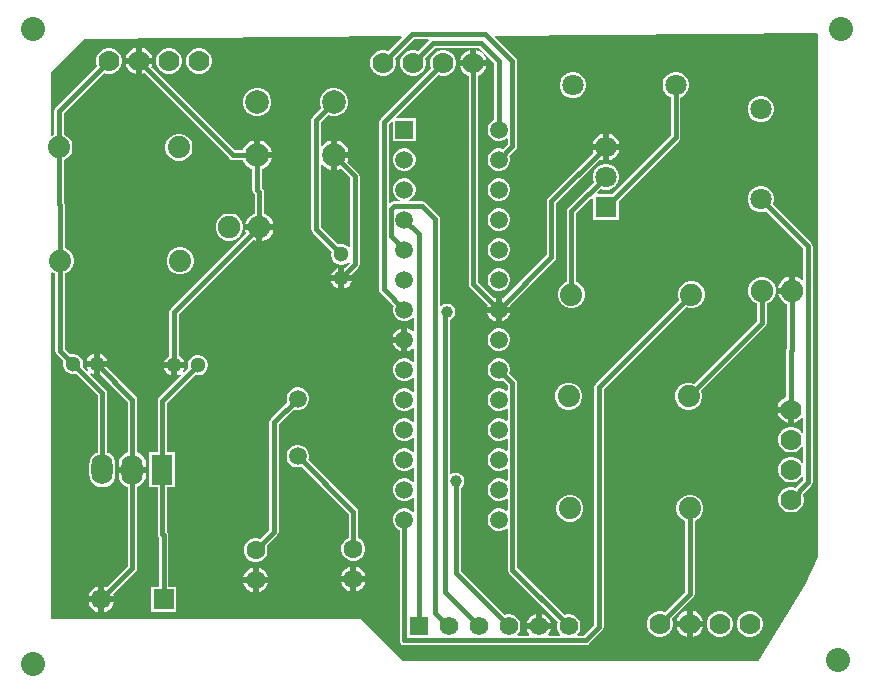
<source format=gbr>
G04*
G04 #@! TF.GenerationSoftware,Altium Limited,Altium Designer,22.4.2 (48)*
G04*
G04 Layer_Physical_Order=1*
G04 Layer_Color=255*
%FSLAX44Y44*%
%MOMM*%
G71*
G04*
G04 #@! TF.SameCoordinates,56AA56CD-0744-4D03-8E98-C57D4A394C97*
G04*
G04*
G04 #@! TF.FilePolarity,Positive*
G04*
G01*
G75*
%ADD26C,1.7780*%
%ADD36C,0.3810*%
%ADD37C,1.8000*%
%ADD38C,1.5000*%
%ADD39R,1.5000X1.5000*%
%ADD40C,2.0320*%
%ADD41C,1.9000*%
%ADD42C,1.3000*%
%ADD43C,1.6000*%
%ADD44C,1.5748*%
%ADD45R,1.5748X1.5748*%
%ADD46R,1.7000X1.7000*%
%ADD47C,1.7000*%
%ADD48R,1.8000X1.8000*%
%ADD49C,1.8796*%
%ADD50C,2.0000*%
%ADD51O,1.8000X2.6000*%
%ADD52R,1.8000X2.6000*%
%ADD53C,1.0000*%
G36*
X1066403Y-1555943D02*
Y-1998063D01*
X1055685Y-2022180D01*
X1016385Y-2085596D01*
Y-2086489D01*
X715380D01*
X679652Y-2050762D01*
X417054D01*
Y-1757606D01*
X418325Y-1756966D01*
X420424Y-1758178D01*
X420821Y-1758284D01*
Y-1823913D01*
X421127Y-1825450D01*
X421997Y-1826752D01*
X427724Y-1832479D01*
X427358Y-1833845D01*
Y-1836092D01*
X427940Y-1838262D01*
X429063Y-1840207D01*
X430652Y-1841796D01*
X432597Y-1842919D01*
X434767Y-1843501D01*
X437014D01*
X438380Y-1843134D01*
X456550Y-1861305D01*
Y-1909913D01*
X455001Y-1910555D01*
X452696Y-1912323D01*
X450928Y-1914628D01*
X449816Y-1917311D01*
X449437Y-1920191D01*
Y-1928191D01*
X449816Y-1931071D01*
X450928Y-1933755D01*
X452696Y-1936059D01*
X455001Y-1937827D01*
X457685Y-1938939D01*
X460564Y-1939318D01*
X463444Y-1938939D01*
X466128Y-1937827D01*
X468433Y-1936059D01*
X470201Y-1933755D01*
X471312Y-1931071D01*
X471692Y-1928191D01*
Y-1920191D01*
X471312Y-1917311D01*
X470201Y-1914628D01*
X468433Y-1912323D01*
X466128Y-1910555D01*
X464579Y-1909913D01*
Y-1859643D01*
X464273Y-1858107D01*
X463403Y-1856804D01*
X450169Y-1843570D01*
X450949Y-1842554D01*
X452401Y-1843392D01*
X453350Y-1843647D01*
Y-1837509D01*
X447212D01*
X447466Y-1838458D01*
X448305Y-1839910D01*
X447289Y-1840690D01*
X444056Y-1837458D01*
X444422Y-1836092D01*
Y-1833845D01*
X443841Y-1831675D01*
X442718Y-1829730D01*
X441129Y-1828141D01*
X439184Y-1827018D01*
X437014Y-1826437D01*
X434767D01*
X433401Y-1826803D01*
X428849Y-1822251D01*
Y-1758284D01*
X429247Y-1758178D01*
X431853Y-1756673D01*
X433982Y-1754545D01*
X435486Y-1751938D01*
X436265Y-1749031D01*
Y-1746022D01*
X435486Y-1743115D01*
X433982Y-1740508D01*
X431853Y-1738380D01*
X429247Y-1736875D01*
X428849Y-1736769D01*
Y-1700085D01*
X428544Y-1698549D01*
X427910Y-1697600D01*
Y-1662380D01*
X428307Y-1662273D01*
X430914Y-1660768D01*
X433042Y-1658640D01*
X434547Y-1656034D01*
X435326Y-1653127D01*
Y-1650117D01*
X434547Y-1647210D01*
X433042Y-1644604D01*
X430914Y-1642476D01*
X428307Y-1640971D01*
X427910Y-1640865D01*
Y-1622244D01*
X461796Y-1588357D01*
X461977Y-1588461D01*
X464755Y-1589206D01*
X467631D01*
X470408Y-1588461D01*
X472899Y-1587023D01*
X474932Y-1584990D01*
X476370Y-1582500D01*
X477115Y-1579722D01*
Y-1576846D01*
X476370Y-1574068D01*
X474932Y-1571577D01*
X472899Y-1569544D01*
X470408Y-1568106D01*
X467631Y-1567362D01*
X464755D01*
X461977Y-1568106D01*
X459486Y-1569544D01*
X457453Y-1571577D01*
X456015Y-1574068D01*
X455271Y-1576846D01*
Y-1579722D01*
X456015Y-1582500D01*
X456119Y-1582680D01*
X421057Y-1617742D01*
X420187Y-1619045D01*
X419881Y-1620581D01*
Y-1640865D01*
X419484Y-1640971D01*
X418154Y-1641739D01*
X417054Y-1641104D01*
Y-1588089D01*
X445637Y-1559507D01*
X713691Y-1557579D01*
X714182Y-1558750D01*
X702841Y-1570091D01*
X702660Y-1569987D01*
X699883Y-1569242D01*
X697007D01*
X694229Y-1569987D01*
X691738Y-1571425D01*
X689705Y-1573458D01*
X688267Y-1575949D01*
X687523Y-1578727D01*
Y-1581602D01*
X688267Y-1584380D01*
X689705Y-1586871D01*
X691738Y-1588904D01*
X694229Y-1590342D01*
X697007Y-1591086D01*
X699883D01*
X702660Y-1590342D01*
X705151Y-1588904D01*
X707184Y-1586871D01*
X708622Y-1584380D01*
X709367Y-1581602D01*
Y-1578727D01*
X708622Y-1575949D01*
X708518Y-1575768D01*
X724458Y-1559828D01*
X736709D01*
X737235Y-1561098D01*
X728241Y-1570091D01*
X728060Y-1569987D01*
X725283Y-1569242D01*
X722407D01*
X719629Y-1569987D01*
X717138Y-1571425D01*
X715105Y-1573458D01*
X713667Y-1575949D01*
X712923Y-1578727D01*
Y-1581602D01*
X713667Y-1584380D01*
X715105Y-1586871D01*
X717138Y-1588904D01*
X719629Y-1590342D01*
X722407Y-1591086D01*
X725283D01*
X728060Y-1590342D01*
X730551Y-1588904D01*
X732584Y-1586871D01*
X734022Y-1584380D01*
X734767Y-1581602D01*
Y-1578727D01*
X734022Y-1575949D01*
X733918Y-1575768D01*
X742238Y-1567448D01*
X779895D01*
X792242Y-1579795D01*
Y-1627754D01*
X790404Y-1628815D01*
X788629Y-1630590D01*
X787374Y-1632763D01*
X786724Y-1635188D01*
Y-1637698D01*
X787374Y-1640122D01*
X788629Y-1642295D01*
X790404Y-1644070D01*
X792577Y-1645325D01*
X795002Y-1645975D01*
X797511D01*
X799936Y-1645325D01*
X802109Y-1644070D01*
X802533Y-1643647D01*
X803706Y-1644133D01*
Y-1648716D01*
X799562Y-1652860D01*
X797511Y-1652311D01*
X795002D01*
X792577Y-1652960D01*
X790404Y-1654215D01*
X788629Y-1655990D01*
X787374Y-1658163D01*
X786724Y-1660588D01*
Y-1663098D01*
X787374Y-1665522D01*
X788629Y-1667695D01*
X790404Y-1669470D01*
X792577Y-1670725D01*
X795002Y-1671375D01*
X797511D01*
X799936Y-1670725D01*
X802109Y-1669470D01*
X803884Y-1667695D01*
X805139Y-1665522D01*
X805788Y-1663098D01*
Y-1660588D01*
X805239Y-1658537D01*
X810558Y-1653217D01*
X811429Y-1651915D01*
X811734Y-1650379D01*
Y-1578673D01*
X811429Y-1577137D01*
X810558Y-1575835D01*
X792904Y-1558181D01*
X793386Y-1557005D01*
X1065502Y-1555048D01*
X1066403Y-1555943D01*
D02*
G37*
%LPC*%
G36*
X494133Y-1567131D02*
Y-1575744D01*
X502745D01*
X502244Y-1573872D01*
X500739Y-1571266D01*
X498611Y-1569138D01*
X496004Y-1567633D01*
X494133Y-1567131D01*
D02*
G37*
G36*
X489053D02*
X487181Y-1567633D01*
X484574Y-1569138D01*
X482446Y-1571266D01*
X480942Y-1573872D01*
X480440Y-1575744D01*
X489053D01*
Y-1567131D01*
D02*
G37*
G36*
X777185Y-1569012D02*
Y-1577624D01*
X785797D01*
X785296Y-1575753D01*
X783791Y-1573146D01*
X781663Y-1571018D01*
X779056Y-1569513D01*
X777185Y-1569012D01*
D02*
G37*
G36*
X772105D02*
X770233Y-1569513D01*
X767626Y-1571018D01*
X765498Y-1573146D01*
X763994Y-1575753D01*
X763492Y-1577624D01*
X772105D01*
Y-1569012D01*
D02*
G37*
G36*
X543830Y-1567362D02*
X540955D01*
X538177Y-1568106D01*
X535686Y-1569544D01*
X533653Y-1571577D01*
X532215Y-1574068D01*
X531471Y-1576846D01*
Y-1579722D01*
X532215Y-1582500D01*
X533653Y-1584990D01*
X535686Y-1587023D01*
X538177Y-1588461D01*
X540955Y-1589206D01*
X543830D01*
X546608Y-1588461D01*
X549099Y-1587023D01*
X551132Y-1584990D01*
X552570Y-1582500D01*
X553315Y-1579722D01*
Y-1576846D01*
X552570Y-1574068D01*
X551132Y-1571577D01*
X549099Y-1569544D01*
X546608Y-1568106D01*
X543830Y-1567362D01*
D02*
G37*
G36*
X518430D02*
X515555D01*
X512777Y-1568106D01*
X510286Y-1569544D01*
X508253Y-1571577D01*
X506815Y-1574068D01*
X506071Y-1576846D01*
Y-1579722D01*
X506815Y-1582500D01*
X508253Y-1584990D01*
X510286Y-1587023D01*
X512777Y-1588461D01*
X515555Y-1589206D01*
X518430D01*
X521208Y-1588461D01*
X523699Y-1587023D01*
X525732Y-1584990D01*
X527170Y-1582500D01*
X527915Y-1579722D01*
Y-1576846D01*
X527170Y-1574068D01*
X525732Y-1571577D01*
X523699Y-1569544D01*
X521208Y-1568106D01*
X518430Y-1567362D01*
D02*
G37*
G36*
X489053Y-1580824D02*
X480440D01*
X480942Y-1582696D01*
X482446Y-1585302D01*
X484574Y-1587430D01*
X487181Y-1588935D01*
X489053Y-1589436D01*
Y-1580824D01*
D02*
G37*
G36*
X750683Y-1569242D02*
X747807D01*
X745029Y-1569987D01*
X742538Y-1571425D01*
X740505Y-1573458D01*
X739067Y-1575949D01*
X738323Y-1578727D01*
Y-1581602D01*
X739067Y-1584380D01*
X739171Y-1584561D01*
X696139Y-1627593D01*
X695269Y-1628895D01*
X694963Y-1630432D01*
Y-1771564D01*
X695269Y-1773100D01*
X696139Y-1774402D01*
X707274Y-1785537D01*
X706725Y-1787588D01*
Y-1790098D01*
X707374Y-1792522D01*
X708629Y-1794695D01*
X710404Y-1796470D01*
X712577Y-1797725D01*
X715002Y-1798375D01*
X717512D01*
X719936Y-1797725D01*
X722109Y-1796470D01*
X723234Y-1795345D01*
X724504Y-1795871D01*
Y-1806495D01*
X723234Y-1807021D01*
X722421Y-1806209D01*
X720132Y-1804887D01*
X718797Y-1804529D01*
Y-1814243D01*
Y-1823956D01*
X720132Y-1823598D01*
X722421Y-1822277D01*
X723234Y-1821464D01*
X724504Y-1821990D01*
Y-1832614D01*
X723234Y-1833140D01*
X722109Y-1832015D01*
X719936Y-1830760D01*
X717512Y-1830111D01*
X715002D01*
X712577Y-1830760D01*
X710404Y-1832015D01*
X708629Y-1833790D01*
X707374Y-1835963D01*
X706725Y-1838388D01*
Y-1840898D01*
X707374Y-1843322D01*
X708629Y-1845495D01*
X710404Y-1847270D01*
X712577Y-1848525D01*
X715002Y-1849175D01*
X717512D01*
X719936Y-1848525D01*
X722109Y-1847270D01*
X723234Y-1846145D01*
X724504Y-1846671D01*
Y-1858014D01*
X723234Y-1858540D01*
X722109Y-1857415D01*
X719936Y-1856160D01*
X717512Y-1855511D01*
X715002D01*
X712577Y-1856160D01*
X710404Y-1857415D01*
X708629Y-1859190D01*
X707374Y-1861363D01*
X706725Y-1863788D01*
Y-1866298D01*
X707374Y-1868722D01*
X708629Y-1870895D01*
X710404Y-1872670D01*
X712577Y-1873925D01*
X715002Y-1874575D01*
X717512D01*
X719936Y-1873925D01*
X722109Y-1872670D01*
X723234Y-1871546D01*
X724504Y-1872072D01*
Y-1883414D01*
X723234Y-1883940D01*
X722109Y-1882815D01*
X719936Y-1881560D01*
X717512Y-1880911D01*
X715002D01*
X712577Y-1881560D01*
X710404Y-1882815D01*
X708629Y-1884590D01*
X707374Y-1886763D01*
X706725Y-1889188D01*
Y-1891698D01*
X707374Y-1894122D01*
X708629Y-1896295D01*
X710404Y-1898070D01*
X712577Y-1899325D01*
X715002Y-1899975D01*
X717512D01*
X719936Y-1899325D01*
X722109Y-1898070D01*
X723234Y-1896945D01*
X724504Y-1897471D01*
Y-1908814D01*
X723234Y-1909340D01*
X722109Y-1908215D01*
X719936Y-1906960D01*
X717512Y-1906311D01*
X715002D01*
X712577Y-1906960D01*
X710404Y-1908215D01*
X708629Y-1909990D01*
X707374Y-1912163D01*
X706725Y-1914588D01*
Y-1917098D01*
X707374Y-1919522D01*
X708629Y-1921695D01*
X710404Y-1923470D01*
X712577Y-1924725D01*
X715002Y-1925375D01*
X717512D01*
X719936Y-1924725D01*
X722109Y-1923470D01*
X723234Y-1922345D01*
X724504Y-1922872D01*
Y-1934214D01*
X723234Y-1934740D01*
X722109Y-1933615D01*
X719936Y-1932360D01*
X717512Y-1931711D01*
X715002D01*
X712577Y-1932360D01*
X710404Y-1933615D01*
X708629Y-1935390D01*
X707374Y-1937563D01*
X706725Y-1939988D01*
Y-1942498D01*
X707374Y-1944922D01*
X708629Y-1947095D01*
X710404Y-1948870D01*
X712577Y-1950125D01*
X715002Y-1950775D01*
X717512D01*
X719936Y-1950125D01*
X722109Y-1948870D01*
X723234Y-1947746D01*
X724504Y-1948271D01*
Y-1959614D01*
X723234Y-1960140D01*
X722109Y-1959015D01*
X719936Y-1957760D01*
X717512Y-1957111D01*
X715002D01*
X712577Y-1957760D01*
X710404Y-1959015D01*
X708629Y-1960790D01*
X707374Y-1962963D01*
X706725Y-1965388D01*
Y-1967898D01*
X707374Y-1970322D01*
X708629Y-1972495D01*
X710404Y-1974270D01*
X712243Y-1975332D01*
Y-2068893D01*
X712548Y-2070430D01*
X713418Y-2071732D01*
X714721Y-2072602D01*
X716257Y-2072908D01*
X869950D01*
X871486Y-2072602D01*
X872788Y-2071732D01*
X883964Y-2060556D01*
X884835Y-2059254D01*
X885140Y-2057717D01*
Y-1856010D01*
X954511Y-1786640D01*
X954867Y-1786846D01*
X957775Y-1787625D01*
X960784D01*
X963691Y-1786846D01*
X966297Y-1785341D01*
X968426Y-1783213D01*
X969930Y-1780606D01*
X970709Y-1777699D01*
Y-1774690D01*
X969930Y-1771783D01*
X968426Y-1769176D01*
X966297Y-1767048D01*
X963691Y-1765543D01*
X960784Y-1764765D01*
X957775D01*
X954867Y-1765543D01*
X952261Y-1767048D01*
X950133Y-1769176D01*
X948628Y-1771783D01*
X947849Y-1774690D01*
Y-1777699D01*
X948628Y-1780606D01*
X948834Y-1780963D01*
X878288Y-1851509D01*
X877417Y-1852812D01*
X877112Y-1854348D01*
Y-2056055D01*
X868287Y-2064879D01*
X863309D01*
X862783Y-2063609D01*
X863445Y-2062947D01*
X864749Y-2060688D01*
X865424Y-2058169D01*
Y-2055560D01*
X864749Y-2053041D01*
X863445Y-2050782D01*
X861601Y-2048938D01*
X859342Y-2047634D01*
X856822Y-2046958D01*
X854214D01*
X851907Y-2047577D01*
X811734Y-2007404D01*
Y-1851106D01*
X811429Y-1849570D01*
X810558Y-1848268D01*
X805239Y-1842948D01*
X805788Y-1840898D01*
Y-1838388D01*
X805139Y-1835963D01*
X803884Y-1833790D01*
X802109Y-1832015D01*
X799936Y-1830760D01*
X797511Y-1830111D01*
X795002D01*
X792577Y-1830760D01*
X790404Y-1832015D01*
X788629Y-1833790D01*
X787374Y-1835963D01*
X786724Y-1838388D01*
Y-1840898D01*
X787374Y-1843322D01*
X788629Y-1845495D01*
X790404Y-1847270D01*
X792577Y-1848525D01*
X795002Y-1849175D01*
X797511D01*
X799562Y-1848625D01*
X803706Y-1852769D01*
Y-1857352D01*
X802533Y-1857838D01*
X802109Y-1857415D01*
X799936Y-1856160D01*
X797511Y-1855511D01*
X795002D01*
X792577Y-1856160D01*
X790404Y-1857415D01*
X788629Y-1859190D01*
X787374Y-1861363D01*
X786724Y-1863788D01*
Y-1866298D01*
X787374Y-1868722D01*
X788629Y-1870895D01*
X790404Y-1872670D01*
X792577Y-1873925D01*
X795002Y-1874575D01*
X797511D01*
X799936Y-1873925D01*
X802109Y-1872670D01*
X802533Y-1872247D01*
X803706Y-1872733D01*
Y-1882752D01*
X802533Y-1883238D01*
X802109Y-1882815D01*
X799936Y-1881560D01*
X797511Y-1880911D01*
X795002D01*
X792577Y-1881560D01*
X790404Y-1882815D01*
X788629Y-1884590D01*
X787374Y-1886763D01*
X786724Y-1889188D01*
Y-1891698D01*
X787374Y-1894122D01*
X788629Y-1896295D01*
X790404Y-1898070D01*
X792577Y-1899325D01*
X795002Y-1899975D01*
X797511D01*
X799936Y-1899325D01*
X802109Y-1898070D01*
X802533Y-1897647D01*
X803706Y-1898133D01*
Y-1908152D01*
X802533Y-1908638D01*
X802109Y-1908215D01*
X799936Y-1906960D01*
X797511Y-1906311D01*
X795002D01*
X792577Y-1906960D01*
X790404Y-1908215D01*
X788629Y-1909990D01*
X787374Y-1912163D01*
X786724Y-1914588D01*
Y-1917098D01*
X787374Y-1919522D01*
X788629Y-1921695D01*
X790404Y-1923470D01*
X792577Y-1924725D01*
X795002Y-1925375D01*
X797511D01*
X799936Y-1924725D01*
X802109Y-1923470D01*
X802533Y-1923047D01*
X803706Y-1923533D01*
Y-1933552D01*
X802533Y-1934038D01*
X802109Y-1933615D01*
X799936Y-1932360D01*
X797511Y-1931711D01*
X795002D01*
X792577Y-1932360D01*
X790404Y-1933615D01*
X788629Y-1935390D01*
X787374Y-1937563D01*
X786724Y-1939988D01*
Y-1942498D01*
X787374Y-1944922D01*
X788629Y-1947095D01*
X790404Y-1948870D01*
X792577Y-1950125D01*
X795002Y-1950775D01*
X797511D01*
X799936Y-1950125D01*
X802109Y-1948870D01*
X802533Y-1948447D01*
X803706Y-1948933D01*
Y-1958952D01*
X802533Y-1959438D01*
X802109Y-1959015D01*
X799936Y-1957760D01*
X797511Y-1957111D01*
X795002D01*
X792577Y-1957760D01*
X790404Y-1959015D01*
X788629Y-1960790D01*
X787374Y-1962963D01*
X786724Y-1965388D01*
Y-1967898D01*
X787374Y-1970322D01*
X788629Y-1972495D01*
X790404Y-1974270D01*
X792577Y-1975525D01*
X795002Y-1976175D01*
X797511D01*
X799936Y-1975525D01*
X802109Y-1974270D01*
X802533Y-1973847D01*
X803706Y-1974333D01*
Y-2009066D01*
X804011Y-2010602D01*
X804882Y-2011905D01*
X846230Y-2053253D01*
X845612Y-2055560D01*
Y-2058169D01*
X846287Y-2060688D01*
X847591Y-2062947D01*
X848254Y-2063609D01*
X847728Y-2064879D01*
X838490D01*
X838004Y-2063706D01*
X838452Y-2063259D01*
X839822Y-2060884D01*
X840219Y-2059404D01*
X820017D01*
X820414Y-2060884D01*
X821785Y-2063259D01*
X822232Y-2063706D01*
X821746Y-2064879D01*
X812509D01*
X811983Y-2063609D01*
X812645Y-2062947D01*
X813949Y-2060688D01*
X814624Y-2058169D01*
Y-2055560D01*
X813949Y-2053041D01*
X812645Y-2050782D01*
X810801Y-2048938D01*
X808542Y-2047634D01*
X806022Y-2046958D01*
X803414D01*
X801107Y-2047577D01*
X763982Y-2010452D01*
Y-1939956D01*
X764286Y-1939781D01*
X765595Y-1938472D01*
X766521Y-1936868D01*
X767000Y-1935080D01*
Y-1933228D01*
X766521Y-1931440D01*
X765595Y-1929836D01*
X764286Y-1928527D01*
X762682Y-1927601D01*
X760894Y-1927122D01*
X759042D01*
X757254Y-1927601D01*
X756108Y-1928263D01*
X754838Y-1927658D01*
Y-1797376D01*
X755062Y-1797316D01*
X756666Y-1796390D01*
X757975Y-1795081D01*
X758901Y-1793478D01*
X759380Y-1791689D01*
Y-1789838D01*
X758901Y-1788049D01*
X757975Y-1786446D01*
X756666Y-1785136D01*
X755062Y-1784211D01*
X753274Y-1783731D01*
X751422D01*
X749634Y-1784211D01*
X748030Y-1785136D01*
X747726Y-1785441D01*
X746456Y-1784915D01*
Y-1712128D01*
X746151Y-1710591D01*
X745280Y-1709289D01*
X734358Y-1698367D01*
X733056Y-1697497D01*
X731520Y-1697191D01*
X720629D01*
X720289Y-1695921D01*
X722109Y-1694870D01*
X723884Y-1693095D01*
X725139Y-1690922D01*
X725789Y-1688498D01*
Y-1685988D01*
X725139Y-1683563D01*
X723884Y-1681390D01*
X722109Y-1679615D01*
X719936Y-1678360D01*
X717512Y-1677711D01*
X715002D01*
X712577Y-1678360D01*
X710404Y-1679615D01*
X708629Y-1681390D01*
X707374Y-1683563D01*
X706725Y-1685988D01*
Y-1688498D01*
X707374Y-1690922D01*
X708629Y-1693095D01*
X710404Y-1694870D01*
X712225Y-1695921D01*
X711884Y-1697191D01*
X707136D01*
X705600Y-1697497D01*
X704298Y-1698367D01*
X704165Y-1698500D01*
X702992Y-1698014D01*
Y-1632094D01*
X705551Y-1629534D01*
X706725Y-1630021D01*
Y-1645975D01*
X725789D01*
Y-1626911D01*
X709835D01*
X709349Y-1625737D01*
X744848Y-1590238D01*
X745029Y-1590342D01*
X747807Y-1591086D01*
X750683D01*
X753460Y-1590342D01*
X755951Y-1588904D01*
X757984Y-1586871D01*
X759422Y-1584380D01*
X760167Y-1581602D01*
Y-1578727D01*
X759422Y-1575949D01*
X757984Y-1573458D01*
X755951Y-1571425D01*
X753460Y-1569987D01*
X750683Y-1569242D01*
D02*
G37*
G36*
X860455Y-1587937D02*
X857550D01*
X854744Y-1588689D01*
X852229Y-1590141D01*
X850175Y-1592195D01*
X848722Y-1594711D01*
X847971Y-1597517D01*
Y-1600421D01*
X848722Y-1603227D01*
X850175Y-1605743D01*
X852229Y-1607797D01*
X854744Y-1609249D01*
X857550Y-1610001D01*
X860455D01*
X863261Y-1609249D01*
X865776Y-1607797D01*
X867830Y-1605743D01*
X869283Y-1603227D01*
X870035Y-1600421D01*
Y-1597517D01*
X869283Y-1594711D01*
X867830Y-1592195D01*
X865776Y-1590141D01*
X863261Y-1588689D01*
X860455Y-1587937D01*
D02*
G37*
G36*
X658276Y-1601107D02*
X655108D01*
X652048Y-1601927D01*
X649304Y-1603511D01*
X647064Y-1605751D01*
X645480Y-1608495D01*
X644660Y-1611555D01*
Y-1614723D01*
X645480Y-1617783D01*
X645806Y-1618348D01*
X638766Y-1625389D01*
X637895Y-1626691D01*
X637590Y-1628227D01*
Y-1720784D01*
X637895Y-1722320D01*
X638766Y-1723622D01*
X654857Y-1739714D01*
X654491Y-1741080D01*
Y-1743326D01*
X655073Y-1745496D01*
X656196Y-1747442D01*
X657785Y-1749030D01*
X659730Y-1750154D01*
X661900Y-1750735D01*
X664147D01*
X666317Y-1750154D01*
X668262Y-1749030D01*
X668509Y-1748783D01*
X669887Y-1749201D01*
X669964Y-1749586D01*
X665927Y-1753622D01*
X665563Y-1753525D01*
Y-1759663D01*
X671702D01*
X671604Y-1759299D01*
X677462Y-1753441D01*
X678333Y-1752139D01*
X678638Y-1750602D01*
Y-1676070D01*
X678333Y-1674534D01*
X677462Y-1673231D01*
X667950Y-1663719D01*
X668378Y-1662978D01*
X668994Y-1660678D01*
X659232D01*
Y-1670440D01*
X661532Y-1669823D01*
X662273Y-1669396D01*
X670610Y-1677732D01*
Y-1735928D01*
X669340Y-1736454D01*
X668262Y-1735376D01*
X666317Y-1734253D01*
X664147Y-1733671D01*
X661900D01*
X660534Y-1734037D01*
X645618Y-1719121D01*
Y-1666394D01*
X646888Y-1666068D01*
X648992Y-1668172D01*
X651852Y-1669823D01*
X654152Y-1670440D01*
Y-1658138D01*
Y-1645836D01*
X651852Y-1646452D01*
X648992Y-1648103D01*
X646888Y-1650208D01*
X645618Y-1649882D01*
Y-1629890D01*
X651483Y-1624025D01*
X652048Y-1624351D01*
X655108Y-1625171D01*
X658276D01*
X661336Y-1624351D01*
X664080Y-1622767D01*
X666320Y-1620527D01*
X667904Y-1617783D01*
X668724Y-1614723D01*
Y-1611555D01*
X667904Y-1608495D01*
X666320Y-1605751D01*
X664080Y-1603511D01*
X661336Y-1601927D01*
X658276Y-1601107D01*
D02*
G37*
G36*
X593278D02*
X590109D01*
X587049Y-1601927D01*
X584306Y-1603511D01*
X582066Y-1605751D01*
X580481Y-1608495D01*
X579661Y-1611555D01*
Y-1614723D01*
X580481Y-1617783D01*
X582066Y-1620527D01*
X584306Y-1622767D01*
X587049Y-1624351D01*
X590109Y-1625171D01*
X593278D01*
X596338Y-1624351D01*
X599081Y-1622767D01*
X601321Y-1620527D01*
X602906Y-1617783D01*
X603726Y-1614723D01*
Y-1611555D01*
X602906Y-1608495D01*
X601321Y-1605751D01*
X599081Y-1603511D01*
X596338Y-1601927D01*
X593278Y-1601107D01*
D02*
G37*
G36*
X1019604Y-1608132D02*
X1016700D01*
X1013894Y-1608884D01*
X1011378Y-1610336D01*
X1009324Y-1612390D01*
X1007872Y-1614906D01*
X1007120Y-1617712D01*
Y-1620616D01*
X1007872Y-1623422D01*
X1009324Y-1625938D01*
X1011378Y-1627992D01*
X1013894Y-1629444D01*
X1016700Y-1630196D01*
X1019604D01*
X1022410Y-1629444D01*
X1024926Y-1627992D01*
X1026980Y-1625938D01*
X1028432Y-1623422D01*
X1029184Y-1620616D01*
Y-1617712D01*
X1028432Y-1614906D01*
X1026980Y-1612390D01*
X1024926Y-1610336D01*
X1022410Y-1608884D01*
X1019604Y-1608132D01*
D02*
G37*
G36*
X889488Y-1639869D02*
Y-1648595D01*
X898215D01*
X897702Y-1646681D01*
X896182Y-1644050D01*
X894034Y-1641901D01*
X891403Y-1640382D01*
X889488Y-1639869D01*
D02*
G37*
G36*
X884408D02*
X882494Y-1640382D01*
X879863Y-1641901D01*
X877714Y-1644050D01*
X876195Y-1646681D01*
X875682Y-1648595D01*
X884408D01*
Y-1639869D01*
D02*
G37*
G36*
X659232Y-1645836D02*
Y-1655598D01*
X668994D01*
X668378Y-1653298D01*
X666727Y-1650438D01*
X664392Y-1648103D01*
X661532Y-1646452D01*
X659232Y-1645836D01*
D02*
G37*
G36*
X594234D02*
Y-1655598D01*
X603995D01*
X603379Y-1653298D01*
X601728Y-1650438D01*
X599393Y-1648103D01*
X596534Y-1646452D01*
X594234Y-1645836D01*
D02*
G37*
G36*
X898215Y-1653676D02*
X889488D01*
Y-1662402D01*
X891403Y-1661889D01*
X894034Y-1660370D01*
X896182Y-1658221D01*
X897702Y-1655590D01*
X898215Y-1653676D01*
D02*
G37*
G36*
X884408D02*
X875682D01*
X876195Y-1655590D01*
X876423Y-1655984D01*
X837902Y-1694505D01*
X837031Y-1695808D01*
X836726Y-1697344D01*
Y-1742696D01*
X799977Y-1779445D01*
X798796Y-1779129D01*
Y-1786303D01*
X805970D01*
X805654Y-1785122D01*
X843578Y-1747198D01*
X844449Y-1745895D01*
X844754Y-1744359D01*
Y-1699006D01*
X882099Y-1661661D01*
X882494Y-1661889D01*
X884408Y-1662402D01*
Y-1653676D01*
D02*
G37*
G36*
X527000Y-1640192D02*
X523991D01*
X521084Y-1640971D01*
X518477Y-1642476D01*
X516349Y-1644604D01*
X514845Y-1647210D01*
X514066Y-1650117D01*
Y-1653127D01*
X514845Y-1656034D01*
X516349Y-1658640D01*
X518477Y-1660768D01*
X521084Y-1662273D01*
X523991Y-1663052D01*
X527000D01*
X529907Y-1662273D01*
X532514Y-1660768D01*
X534642Y-1658640D01*
X536147Y-1656034D01*
X536926Y-1653127D01*
Y-1650117D01*
X536147Y-1647210D01*
X534642Y-1644604D01*
X532514Y-1642476D01*
X529907Y-1640971D01*
X527000Y-1640192D01*
D02*
G37*
G36*
X717512Y-1652311D02*
X715002D01*
X712577Y-1652960D01*
X710404Y-1654215D01*
X708629Y-1655990D01*
X707374Y-1658163D01*
X706725Y-1660588D01*
Y-1663098D01*
X707374Y-1665522D01*
X708629Y-1667695D01*
X710404Y-1669470D01*
X712577Y-1670725D01*
X715002Y-1671375D01*
X717512D01*
X719936Y-1670725D01*
X722109Y-1669470D01*
X723884Y-1667695D01*
X725139Y-1665522D01*
X725789Y-1663098D01*
Y-1660588D01*
X725139Y-1658163D01*
X723884Y-1655990D01*
X722109Y-1654215D01*
X719936Y-1652960D01*
X717512Y-1652311D01*
D02*
G37*
G36*
X947456Y-1587937D02*
X944551D01*
X941746Y-1588689D01*
X939230Y-1590141D01*
X937176Y-1592195D01*
X935723Y-1594711D01*
X934972Y-1597517D01*
Y-1600421D01*
X935723Y-1603227D01*
X937176Y-1605743D01*
X939230Y-1607797D01*
X941746Y-1609249D01*
X941990Y-1609315D01*
Y-1641217D01*
X892303Y-1690904D01*
X879916D01*
X879430Y-1689730D01*
X882471Y-1686689D01*
X882690Y-1686816D01*
X885496Y-1687567D01*
X888401D01*
X891206Y-1686816D01*
X893722Y-1685363D01*
X895776Y-1683309D01*
X897228Y-1680794D01*
X897980Y-1677988D01*
Y-1675083D01*
X897228Y-1672277D01*
X895776Y-1669762D01*
X893722Y-1667708D01*
X891206Y-1666255D01*
X888401Y-1665504D01*
X885496D01*
X882690Y-1666255D01*
X880174Y-1667708D01*
X878120Y-1669762D01*
X876668Y-1672277D01*
X875916Y-1675083D01*
Y-1677988D01*
X876668Y-1680794D01*
X876794Y-1681013D01*
X854841Y-1702966D01*
X853971Y-1704268D01*
X853665Y-1705804D01*
Y-1765437D01*
X853267Y-1765543D01*
X850661Y-1767048D01*
X848533Y-1769176D01*
X847028Y-1771783D01*
X846249Y-1774690D01*
Y-1777699D01*
X847028Y-1780606D01*
X848533Y-1783213D01*
X850661Y-1785341D01*
X853267Y-1786846D01*
X856174Y-1787625D01*
X859184D01*
X862091Y-1786846D01*
X864697Y-1785341D01*
X866825Y-1783213D01*
X868330Y-1780606D01*
X869109Y-1777699D01*
Y-1774690D01*
X868330Y-1771783D01*
X866825Y-1769176D01*
X864697Y-1767048D01*
X862091Y-1765543D01*
X861693Y-1765437D01*
Y-1707467D01*
X874743Y-1694418D01*
X875916Y-1694904D01*
Y-1712968D01*
X897980D01*
Y-1696580D01*
X948842Y-1645719D01*
X949712Y-1644416D01*
X950018Y-1642880D01*
Y-1609315D01*
X950262Y-1609249D01*
X952777Y-1607797D01*
X954831Y-1605743D01*
X956284Y-1603227D01*
X957036Y-1600421D01*
Y-1597517D01*
X956284Y-1594711D01*
X954831Y-1592195D01*
X952777Y-1590141D01*
X950262Y-1588689D01*
X947456Y-1587937D01*
D02*
G37*
G36*
X797511Y-1677711D02*
X795002D01*
X792577Y-1678360D01*
X790404Y-1679615D01*
X788629Y-1681390D01*
X787374Y-1683563D01*
X786724Y-1685988D01*
Y-1688498D01*
X787374Y-1690922D01*
X788629Y-1693095D01*
X790404Y-1694870D01*
X792577Y-1696125D01*
X795002Y-1696775D01*
X797511D01*
X799936Y-1696125D01*
X802109Y-1694870D01*
X803884Y-1693095D01*
X805139Y-1690922D01*
X805788Y-1688498D01*
Y-1685988D01*
X805139Y-1683563D01*
X803884Y-1681390D01*
X802109Y-1679615D01*
X799936Y-1678360D01*
X797511Y-1677711D01*
D02*
G37*
G36*
X502745Y-1580824D02*
X494133D01*
Y-1589436D01*
X496004Y-1588935D01*
X496361Y-1588729D01*
X568608Y-1660976D01*
X569911Y-1661846D01*
X571447Y-1662152D01*
X579787D01*
X580008Y-1662978D01*
X581659Y-1665838D01*
X583994Y-1668172D01*
X586853Y-1669823D01*
X587679Y-1670045D01*
Y-1687905D01*
X587985Y-1689441D01*
X588855Y-1690743D01*
X589446Y-1691334D01*
Y-1707712D01*
X588813Y-1707881D01*
X586068Y-1709467D01*
X583826Y-1711708D01*
X582241Y-1714454D01*
X581676Y-1716561D01*
X605244D01*
X604680Y-1714454D01*
X603095Y-1711708D01*
X600853Y-1709467D01*
X598108Y-1707881D01*
X597475Y-1707712D01*
Y-1689671D01*
X597169Y-1688135D01*
X596299Y-1686833D01*
X595708Y-1686242D01*
Y-1670045D01*
X596534Y-1669823D01*
X599393Y-1668172D01*
X601728Y-1665838D01*
X603379Y-1662978D01*
X603995Y-1660678D01*
X591693D01*
Y-1658138D01*
X589154D01*
Y-1645836D01*
X586853Y-1646452D01*
X583994Y-1648103D01*
X581659Y-1650438D01*
X580008Y-1653298D01*
X579787Y-1654124D01*
X573109D01*
X502038Y-1583052D01*
X502244Y-1582696D01*
X502745Y-1580824D01*
D02*
G37*
G36*
X797511Y-1703111D02*
X795002D01*
X792577Y-1703760D01*
X790404Y-1705015D01*
X788629Y-1706790D01*
X787374Y-1708963D01*
X786724Y-1711388D01*
Y-1713898D01*
X787374Y-1716322D01*
X788629Y-1718495D01*
X790404Y-1720270D01*
X792577Y-1721525D01*
X795002Y-1722175D01*
X797511D01*
X799936Y-1721525D01*
X802109Y-1720270D01*
X803884Y-1718495D01*
X805139Y-1716322D01*
X805788Y-1713898D01*
Y-1711388D01*
X805139Y-1708963D01*
X803884Y-1706790D01*
X802109Y-1705015D01*
X799936Y-1703760D01*
X797511Y-1703111D01*
D02*
G37*
G36*
X569579Y-1707569D02*
X566542D01*
X563609Y-1708355D01*
X560979Y-1709873D01*
X558832Y-1712020D01*
X557314Y-1714650D01*
X556528Y-1717583D01*
Y-1720619D01*
X557314Y-1723552D01*
X558832Y-1726182D01*
X560979Y-1728329D01*
X563609Y-1729847D01*
X566542Y-1730633D01*
X569579D01*
X572511Y-1729847D01*
X575141Y-1728329D01*
X577288Y-1726182D01*
X578806Y-1723552D01*
X579592Y-1720619D01*
Y-1717583D01*
X578806Y-1714650D01*
X577288Y-1712020D01*
X575141Y-1709873D01*
X572511Y-1708355D01*
X569579Y-1707569D01*
D02*
G37*
G36*
X605244Y-1721641D02*
X596000D01*
Y-1730885D01*
X598108Y-1730320D01*
X600853Y-1728735D01*
X603095Y-1726494D01*
X604680Y-1723748D01*
X605244Y-1721641D01*
D02*
G37*
G36*
X590920D02*
X581676D01*
X582241Y-1723748D01*
X582569Y-1724316D01*
X518614Y-1788270D01*
X517744Y-1789573D01*
X517438Y-1791109D01*
Y-1827788D01*
X515902Y-1828675D01*
X514219Y-1830358D01*
X513028Y-1832420D01*
X512774Y-1833369D01*
X521452D01*
X530131D01*
X529876Y-1832420D01*
X528686Y-1830358D01*
X527003Y-1828675D01*
X525466Y-1827788D01*
Y-1792771D01*
X588245Y-1729993D01*
X588813Y-1730320D01*
X590920Y-1730885D01*
Y-1721641D01*
D02*
G37*
G36*
X797511Y-1728511D02*
X795002D01*
X792577Y-1729160D01*
X790404Y-1730415D01*
X788629Y-1732190D01*
X787374Y-1734363D01*
X786724Y-1736788D01*
Y-1739298D01*
X787374Y-1741722D01*
X788629Y-1743895D01*
X790404Y-1745670D01*
X792577Y-1746925D01*
X795002Y-1747575D01*
X797511D01*
X799936Y-1746925D01*
X802109Y-1745670D01*
X803884Y-1743895D01*
X805139Y-1741722D01*
X805788Y-1739298D01*
Y-1736788D01*
X805139Y-1734363D01*
X803884Y-1732190D01*
X802109Y-1730415D01*
X799936Y-1729160D01*
X797511Y-1728511D01*
D02*
G37*
G36*
X527940Y-1736096D02*
X524930D01*
X522024Y-1736875D01*
X519417Y-1738380D01*
X517289Y-1740508D01*
X515784Y-1743115D01*
X515005Y-1746022D01*
Y-1749031D01*
X515784Y-1751938D01*
X517289Y-1754545D01*
X519417Y-1756673D01*
X522024Y-1758178D01*
X524930Y-1758956D01*
X527940D01*
X530847Y-1758178D01*
X533453Y-1756673D01*
X535582Y-1754545D01*
X537086Y-1751938D01*
X537865Y-1749031D01*
Y-1746022D01*
X537086Y-1743115D01*
X535582Y-1740508D01*
X533453Y-1738380D01*
X530847Y-1736875D01*
X527940Y-1736096D01*
D02*
G37*
G36*
X660483Y-1753525D02*
X659534Y-1753779D01*
X657473Y-1754969D01*
X655789Y-1756652D01*
X654599Y-1758714D01*
X654345Y-1759663D01*
X660483D01*
Y-1753525D01*
D02*
G37*
G36*
X1019604Y-1684332D02*
X1016700D01*
X1013894Y-1685084D01*
X1011378Y-1686536D01*
X1009324Y-1688590D01*
X1007872Y-1691106D01*
X1007120Y-1693912D01*
Y-1696816D01*
X1007872Y-1699622D01*
X1009324Y-1702138D01*
X1011378Y-1704192D01*
X1013894Y-1705644D01*
X1016700Y-1706396D01*
X1019604D01*
X1022410Y-1705644D01*
X1022629Y-1705518D01*
X1054150Y-1737039D01*
Y-1763761D01*
X1052880Y-1764287D01*
X1051872Y-1763278D01*
X1049126Y-1761693D01*
X1047019Y-1761129D01*
Y-1772913D01*
X1044479D01*
Y-1775453D01*
X1032695D01*
X1033260Y-1777560D01*
X1034845Y-1780305D01*
X1037086Y-1782547D01*
X1039832Y-1784132D01*
X1040465Y-1784302D01*
Y-1821297D01*
X1039830Y-1822247D01*
X1039525Y-1823783D01*
Y-1862734D01*
X1039127Y-1862840D01*
X1036520Y-1864345D01*
X1034392Y-1866473D01*
X1032888Y-1869079D01*
X1032386Y-1870951D01*
X1043539D01*
Y-1873491D01*
X1046079D01*
Y-1884644D01*
X1047951Y-1884142D01*
X1050557Y-1882637D01*
X1052685Y-1880509D01*
X1052923Y-1880097D01*
X1054150Y-1880426D01*
Y-1892886D01*
X1052880Y-1893227D01*
X1052278Y-1892185D01*
X1050245Y-1890151D01*
X1047754Y-1888714D01*
X1044977Y-1887969D01*
X1042101D01*
X1039323Y-1888714D01*
X1036832Y-1890151D01*
X1034799Y-1892185D01*
X1033361Y-1894675D01*
X1032617Y-1897453D01*
Y-1900329D01*
X1033361Y-1903107D01*
X1034799Y-1905598D01*
X1036832Y-1907631D01*
X1039323Y-1909069D01*
X1042101Y-1909813D01*
X1044977D01*
X1047754Y-1909069D01*
X1050245Y-1907631D01*
X1052278Y-1905598D01*
X1052880Y-1904556D01*
X1054150Y-1904896D01*
Y-1918286D01*
X1052880Y-1918627D01*
X1052278Y-1917585D01*
X1050245Y-1915551D01*
X1047754Y-1914113D01*
X1044977Y-1913369D01*
X1042101D01*
X1039323Y-1914113D01*
X1036832Y-1915551D01*
X1034799Y-1917585D01*
X1033361Y-1920076D01*
X1032617Y-1922853D01*
Y-1925729D01*
X1033361Y-1928507D01*
X1034799Y-1930997D01*
X1036832Y-1933031D01*
X1039323Y-1934469D01*
X1042101Y-1935213D01*
X1044977D01*
X1047754Y-1934469D01*
X1050245Y-1933031D01*
X1052278Y-1930997D01*
X1052880Y-1929956D01*
X1054150Y-1930296D01*
Y-1933403D01*
X1047935Y-1939618D01*
X1047754Y-1939514D01*
X1044977Y-1938769D01*
X1042101D01*
X1039323Y-1939514D01*
X1036832Y-1940951D01*
X1034799Y-1942985D01*
X1033361Y-1945475D01*
X1032617Y-1948253D01*
Y-1951129D01*
X1033361Y-1953907D01*
X1034799Y-1956398D01*
X1036832Y-1958431D01*
X1039323Y-1959869D01*
X1042101Y-1960613D01*
X1044977D01*
X1047754Y-1959869D01*
X1050245Y-1958431D01*
X1052278Y-1956398D01*
X1053716Y-1953907D01*
X1054461Y-1951129D01*
Y-1948253D01*
X1053716Y-1945475D01*
X1053612Y-1945295D01*
X1061002Y-1937904D01*
X1061873Y-1936602D01*
X1062178Y-1935066D01*
Y-1735376D01*
X1061873Y-1733840D01*
X1061002Y-1732538D01*
X1028306Y-1699841D01*
X1028432Y-1699622D01*
X1029184Y-1696816D01*
Y-1693912D01*
X1028432Y-1691106D01*
X1026980Y-1688590D01*
X1024926Y-1686536D01*
X1022410Y-1685084D01*
X1019604Y-1684332D01*
D02*
G37*
G36*
X1041939Y-1761129D02*
X1039832Y-1761693D01*
X1037086Y-1763278D01*
X1034845Y-1765520D01*
X1033260Y-1768266D01*
X1032695Y-1770373D01*
X1041939D01*
Y-1761129D01*
D02*
G37*
G36*
X671702Y-1764743D02*
X665563D01*
Y-1770881D01*
X666513Y-1770627D01*
X668574Y-1769437D01*
X670257Y-1767754D01*
X671447Y-1765692D01*
X671702Y-1764743D01*
D02*
G37*
G36*
X660483D02*
X654345D01*
X654599Y-1765692D01*
X655789Y-1767754D01*
X657473Y-1769437D01*
X659534Y-1770627D01*
X660483Y-1770881D01*
Y-1764743D01*
D02*
G37*
G36*
X797511Y-1753911D02*
X795002D01*
X792577Y-1754560D01*
X790404Y-1755815D01*
X788629Y-1757590D01*
X787374Y-1759763D01*
X786724Y-1762188D01*
Y-1764698D01*
X787374Y-1767122D01*
X788629Y-1769295D01*
X790404Y-1771070D01*
X792577Y-1772325D01*
X795002Y-1772975D01*
X797511D01*
X799936Y-1772325D01*
X802109Y-1771070D01*
X803884Y-1769295D01*
X805139Y-1767122D01*
X805788Y-1764698D01*
Y-1762188D01*
X805139Y-1759763D01*
X803884Y-1757590D01*
X802109Y-1755815D01*
X799936Y-1754560D01*
X797511Y-1753911D01*
D02*
G37*
G36*
X785797Y-1582704D02*
X763492D01*
X763994Y-1584576D01*
X765498Y-1587183D01*
X767626Y-1589311D01*
X770233Y-1590815D01*
X770630Y-1590922D01*
Y-1767231D01*
X770936Y-1768767D01*
X771806Y-1770069D01*
X786859Y-1785122D01*
X786543Y-1786303D01*
X793717D01*
Y-1779129D01*
X792536Y-1779445D01*
X778659Y-1765568D01*
Y-1590922D01*
X779056Y-1590815D01*
X781663Y-1589311D01*
X783791Y-1587183D01*
X785296Y-1584576D01*
X785797Y-1582704D01*
D02*
G37*
G36*
X805970Y-1791383D02*
X798796D01*
Y-1798556D01*
X800132Y-1798198D01*
X802421Y-1796877D01*
X804290Y-1795007D01*
X805612Y-1792718D01*
X805970Y-1791383D01*
D02*
G37*
G36*
X793717D02*
X786543D01*
X786901Y-1792718D01*
X788223Y-1795007D01*
X790092Y-1796877D01*
X792381Y-1798198D01*
X793717Y-1798556D01*
Y-1791383D01*
D02*
G37*
G36*
X713717Y-1804529D02*
X712381Y-1804887D01*
X710092Y-1806209D01*
X708223Y-1808078D01*
X706901Y-1810367D01*
X706543Y-1811703D01*
X713717D01*
Y-1804529D01*
D02*
G37*
G36*
X797511Y-1804711D02*
X795002D01*
X792577Y-1805360D01*
X790404Y-1806615D01*
X788629Y-1808390D01*
X787374Y-1810563D01*
X786724Y-1812988D01*
Y-1815498D01*
X787374Y-1817922D01*
X788629Y-1820095D01*
X790404Y-1821870D01*
X792577Y-1823125D01*
X795002Y-1823775D01*
X797511D01*
X799936Y-1823125D01*
X802109Y-1821870D01*
X803884Y-1820095D01*
X805139Y-1817922D01*
X805788Y-1815498D01*
Y-1812988D01*
X805139Y-1810563D01*
X803884Y-1808390D01*
X802109Y-1806615D01*
X799936Y-1805360D01*
X797511Y-1804711D01*
D02*
G37*
G36*
X713717Y-1816783D02*
X706543D01*
X706901Y-1818118D01*
X708223Y-1820407D01*
X710092Y-1822277D01*
X712381Y-1823598D01*
X713717Y-1823956D01*
Y-1816783D01*
D02*
G37*
G36*
X458430Y-1826290D02*
Y-1832428D01*
X464569D01*
X464314Y-1831479D01*
X463124Y-1829418D01*
X461441Y-1827735D01*
X459380Y-1826545D01*
X458430Y-1826290D01*
D02*
G37*
G36*
X453350D02*
X452401Y-1826545D01*
X450340Y-1827735D01*
X448657Y-1829418D01*
X447466Y-1831479D01*
X447212Y-1832428D01*
X453350D01*
Y-1826290D01*
D02*
G37*
G36*
X542576Y-1827377D02*
X540329D01*
X538159Y-1827958D01*
X536213Y-1829082D01*
X534625Y-1830670D01*
X533502Y-1832616D01*
X532920Y-1834786D01*
Y-1837032D01*
X533286Y-1838398D01*
X530054Y-1841630D01*
X529038Y-1840851D01*
X529876Y-1839398D01*
X530131Y-1838449D01*
X523992D01*
Y-1844587D01*
X524942Y-1844333D01*
X526394Y-1843494D01*
X527174Y-1844511D01*
X508526Y-1863158D01*
X507656Y-1864460D01*
X507350Y-1865997D01*
Y-1909259D01*
X500332D01*
Y-1939323D01*
X507350D01*
Y-1978799D01*
X507656Y-1980335D01*
X508526Y-1981638D01*
X508545Y-1981656D01*
Y-2023767D01*
X502027D01*
Y-2044831D01*
X523091D01*
Y-2023767D01*
X516573D01*
Y-1979993D01*
X516267Y-1978457D01*
X515397Y-1977155D01*
X515379Y-1977136D01*
Y-1939323D01*
X522397D01*
Y-1909259D01*
X515379D01*
Y-1867659D01*
X538963Y-1844075D01*
X540329Y-1844441D01*
X542576D01*
X544745Y-1843859D01*
X546691Y-1842736D01*
X548280Y-1841148D01*
X549403Y-1839202D01*
X549984Y-1837032D01*
Y-1834786D01*
X549403Y-1832616D01*
X548280Y-1830670D01*
X546691Y-1829082D01*
X544745Y-1827958D01*
X542576Y-1827377D01*
D02*
G37*
G36*
X518912Y-1838449D02*
X512774D01*
X513028Y-1839398D01*
X514219Y-1841460D01*
X515902Y-1843143D01*
X517963Y-1844333D01*
X518912Y-1844587D01*
Y-1838449D01*
D02*
G37*
G36*
X1020597Y-1761381D02*
X1017561D01*
X1014628Y-1762167D01*
X1011998Y-1763685D01*
X1009851Y-1765832D01*
X1008333Y-1768462D01*
X1007547Y-1771395D01*
Y-1774431D01*
X1008333Y-1777364D01*
X1009851Y-1779994D01*
X1011998Y-1782141D01*
X1014628Y-1783659D01*
X1015065Y-1783776D01*
Y-1798558D01*
X961832Y-1851790D01*
X961476Y-1851584D01*
X958569Y-1850805D01*
X955559D01*
X952652Y-1851584D01*
X950046Y-1853089D01*
X947918Y-1855217D01*
X946413Y-1857824D01*
X945634Y-1860731D01*
Y-1863740D01*
X946413Y-1866647D01*
X947918Y-1869254D01*
X950046Y-1871382D01*
X952652Y-1872887D01*
X955559Y-1873665D01*
X958569D01*
X961476Y-1872887D01*
X964082Y-1871382D01*
X966210Y-1869254D01*
X967715Y-1866647D01*
X968494Y-1863740D01*
Y-1860731D01*
X967715Y-1857824D01*
X967509Y-1857467D01*
X1021917Y-1803059D01*
X1022788Y-1801756D01*
X1023093Y-1800220D01*
Y-1783776D01*
X1023530Y-1783659D01*
X1026160Y-1782141D01*
X1028307Y-1779994D01*
X1029825Y-1777364D01*
X1030611Y-1774431D01*
Y-1771395D01*
X1029825Y-1768462D01*
X1028307Y-1765832D01*
X1026160Y-1763685D01*
X1023530Y-1762167D01*
X1020597Y-1761381D01*
D02*
G37*
G36*
X856969Y-1850805D02*
X853959D01*
X851052Y-1851584D01*
X848446Y-1853089D01*
X846318Y-1855217D01*
X844813Y-1857824D01*
X844034Y-1860731D01*
Y-1863740D01*
X844813Y-1866647D01*
X846318Y-1869254D01*
X848446Y-1871382D01*
X851052Y-1872887D01*
X853959Y-1873665D01*
X856969D01*
X859876Y-1872887D01*
X862482Y-1871382D01*
X864610Y-1869254D01*
X866115Y-1866647D01*
X866894Y-1863740D01*
Y-1860731D01*
X866115Y-1857824D01*
X864610Y-1855217D01*
X862482Y-1853089D01*
X859876Y-1851584D01*
X856969Y-1850805D01*
D02*
G37*
G36*
X627328Y-1854630D02*
X624818D01*
X622394Y-1855279D01*
X620221Y-1856534D01*
X618446Y-1858309D01*
X617191Y-1860483D01*
X616541Y-1862907D01*
Y-1865417D01*
X617091Y-1867467D01*
X603206Y-1881353D01*
X602335Y-1882655D01*
X602030Y-1884191D01*
Y-1975089D01*
X594058Y-1983061D01*
X591665Y-1982420D01*
X589024D01*
X586472Y-1983103D01*
X584184Y-1984424D01*
X582317Y-1986292D01*
X580996Y-1988579D01*
X580312Y-1991131D01*
Y-1993772D01*
X580996Y-1996324D01*
X582317Y-1998611D01*
X584184Y-2000479D01*
X586472Y-2001800D01*
X589024Y-2002484D01*
X591665D01*
X594216Y-2001800D01*
X596504Y-2000479D01*
X598372Y-1998611D01*
X599693Y-1996324D01*
X600376Y-1993772D01*
Y-1991131D01*
X599735Y-1988738D01*
X608882Y-1979590D01*
X609753Y-1978288D01*
X610058Y-1976752D01*
Y-1885854D01*
X622768Y-1873144D01*
X624818Y-1873694D01*
X627328D01*
X629753Y-1873044D01*
X631926Y-1871789D01*
X633701Y-1870014D01*
X634956Y-1867841D01*
X635605Y-1865417D01*
Y-1862907D01*
X634956Y-1860483D01*
X633701Y-1858309D01*
X631926Y-1856534D01*
X629753Y-1855279D01*
X627328Y-1854630D01*
D02*
G37*
G36*
X1040999Y-1876031D02*
X1032386D01*
X1032888Y-1877903D01*
X1034392Y-1880509D01*
X1036520Y-1882637D01*
X1039127Y-1884142D01*
X1040999Y-1884644D01*
Y-1876031D01*
D02*
G37*
G36*
X464569Y-1837509D02*
X458430D01*
Y-1843647D01*
X458794Y-1843549D01*
X481950Y-1866705D01*
Y-1909463D01*
X480145Y-1910211D01*
X477734Y-1912061D01*
X475884Y-1914471D01*
X474721Y-1917279D01*
X474325Y-1920291D01*
Y-1921751D01*
X485965D01*
X497604D01*
Y-1920291D01*
X497207Y-1917279D01*
X496045Y-1914471D01*
X494195Y-1912061D01*
X491784Y-1910211D01*
X489979Y-1909463D01*
Y-1865043D01*
X489673Y-1863506D01*
X488803Y-1862204D01*
X464471Y-1837872D01*
X464569Y-1837509D01*
D02*
G37*
G36*
X857909Y-1945769D02*
X854899D01*
X851992Y-1946548D01*
X849386Y-1948053D01*
X847258Y-1950181D01*
X845753Y-1952788D01*
X844974Y-1955695D01*
Y-1958704D01*
X845753Y-1961611D01*
X847258Y-1964218D01*
X849386Y-1966346D01*
X851992Y-1967850D01*
X854899Y-1968629D01*
X857909D01*
X860816Y-1967850D01*
X863422Y-1966346D01*
X865551Y-1964218D01*
X867055Y-1961611D01*
X867834Y-1958704D01*
Y-1955695D01*
X867055Y-1952788D01*
X865551Y-1950181D01*
X863422Y-1948053D01*
X860816Y-1946548D01*
X857909Y-1945769D01*
D02*
G37*
G36*
X627328Y-1903430D02*
X624818D01*
X622394Y-1904079D01*
X620221Y-1905334D01*
X618446Y-1907109D01*
X617191Y-1909283D01*
X616541Y-1911707D01*
Y-1914217D01*
X617191Y-1916641D01*
X618446Y-1918815D01*
X620221Y-1920589D01*
X622394Y-1921844D01*
X624818Y-1922494D01*
X627328D01*
X629379Y-1921944D01*
X669071Y-1961636D01*
Y-1982245D01*
X666926Y-1983484D01*
X665058Y-1985352D01*
X663737Y-1987639D01*
X663053Y-1990191D01*
Y-1992832D01*
X663737Y-1995383D01*
X665058Y-1997671D01*
X666926Y-1999539D01*
X669213Y-2000860D01*
X671765Y-2001543D01*
X674406D01*
X676957Y-2000860D01*
X679245Y-1999539D01*
X681113Y-1997671D01*
X682434Y-1995383D01*
X683117Y-1992832D01*
Y-1990191D01*
X682434Y-1987639D01*
X681113Y-1985352D01*
X679245Y-1983484D01*
X677099Y-1982245D01*
Y-1959974D01*
X676794Y-1958438D01*
X675924Y-1957135D01*
X635056Y-1916267D01*
X635605Y-1914217D01*
Y-1911707D01*
X634956Y-1909283D01*
X633701Y-1907109D01*
X631926Y-1905334D01*
X629753Y-1904079D01*
X627328Y-1903430D01*
D02*
G37*
G36*
X675625Y-2006680D02*
Y-2014371D01*
X683316D01*
X682907Y-2012843D01*
X681519Y-2010440D01*
X679557Y-2008477D01*
X677154Y-2007090D01*
X675625Y-2006680D01*
D02*
G37*
G36*
X670545D02*
X669017Y-2007090D01*
X666614Y-2008477D01*
X664651Y-2010440D01*
X663264Y-2012843D01*
X662854Y-2014371D01*
X670545D01*
Y-2006680D01*
D02*
G37*
G36*
X592884Y-2007620D02*
Y-2015312D01*
X600575D01*
X600166Y-2013783D01*
X598778Y-2011380D01*
X596816Y-2009418D01*
X594413Y-2008030D01*
X592884Y-2007620D01*
D02*
G37*
G36*
X587804D02*
X586276Y-2008030D01*
X583872Y-2009418D01*
X581910Y-2011380D01*
X580523Y-2013783D01*
X580113Y-2015312D01*
X587804D01*
Y-2007620D01*
D02*
G37*
G36*
X497604Y-1926831D02*
X485965D01*
X474325D01*
Y-1928291D01*
X474721Y-1931304D01*
X475884Y-1934111D01*
X477734Y-1936522D01*
X480145Y-1938371D01*
X481950Y-1939119D01*
Y-2006398D01*
X464210Y-2024139D01*
X463988Y-2024011D01*
X462267Y-2023550D01*
Y-2031759D01*
X470476D01*
X470014Y-2030037D01*
X469887Y-2029816D01*
X488803Y-2010899D01*
X489673Y-2009597D01*
X489979Y-2008061D01*
Y-1939119D01*
X491784Y-1938371D01*
X494195Y-1936522D01*
X496045Y-1934111D01*
X497207Y-1931304D01*
X497604Y-1928291D01*
Y-1926831D01*
D02*
G37*
G36*
X683316Y-2019451D02*
X675625D01*
Y-2027142D01*
X677154Y-2026733D01*
X679557Y-2025345D01*
X681519Y-2023383D01*
X682907Y-2020980D01*
X683316Y-2019451D01*
D02*
G37*
G36*
X670545D02*
X662854D01*
X663264Y-2020980D01*
X664651Y-2023383D01*
X666614Y-2025345D01*
X669017Y-2026733D01*
X670545Y-2027142D01*
Y-2019451D01*
D02*
G37*
G36*
X600575Y-2020392D02*
X592884D01*
Y-2028083D01*
X594413Y-2027673D01*
X596816Y-2026286D01*
X598778Y-2024323D01*
X600166Y-2021920D01*
X600575Y-2020392D01*
D02*
G37*
G36*
X587804D02*
X580113D01*
X580523Y-2021920D01*
X581910Y-2024323D01*
X583872Y-2026286D01*
X586276Y-2027673D01*
X587804Y-2028083D01*
Y-2020392D01*
D02*
G37*
G36*
X457187Y-2023550D02*
X455466Y-2024011D01*
X452948Y-2025464D01*
X450893Y-2027520D01*
X449439Y-2030037D01*
X448978Y-2031759D01*
X457187D01*
Y-2023550D01*
D02*
G37*
G36*
X959509Y-1945769D02*
X956499D01*
X953592Y-1946548D01*
X950986Y-1948053D01*
X948858Y-1950181D01*
X947353Y-1952788D01*
X946574Y-1955695D01*
Y-1958704D01*
X947353Y-1961611D01*
X948858Y-1964218D01*
X950986Y-1966346D01*
X953592Y-1967850D01*
X953990Y-1967957D01*
Y-2027881D01*
X936960Y-2044910D01*
X936779Y-2044806D01*
X934001Y-2044062D01*
X931126D01*
X928348Y-2044806D01*
X925857Y-2046244D01*
X923824Y-2048278D01*
X922386Y-2050768D01*
X921641Y-2053546D01*
Y-2056422D01*
X922386Y-2059200D01*
X923824Y-2061690D01*
X925857Y-2063724D01*
X928348Y-2065161D01*
X931126Y-2065906D01*
X934001D01*
X936779Y-2065161D01*
X939270Y-2063724D01*
X941303Y-2061690D01*
X942741Y-2059200D01*
X943485Y-2056422D01*
Y-2053546D01*
X942741Y-2050768D01*
X942637Y-2050587D01*
X960843Y-2032382D01*
X961713Y-2031079D01*
X962018Y-2029543D01*
Y-1967957D01*
X962416Y-1967850D01*
X965022Y-1966346D01*
X967150Y-1964218D01*
X968655Y-1961611D01*
X969434Y-1958704D01*
Y-1955695D01*
X968655Y-1952788D01*
X967150Y-1950181D01*
X965022Y-1948053D01*
X962416Y-1946548D01*
X959509Y-1945769D01*
D02*
G37*
G36*
X470476Y-2036839D02*
X462267D01*
Y-2045047D01*
X463988Y-2044586D01*
X466506Y-2043133D01*
X468561Y-2041077D01*
X470014Y-2038560D01*
X470476Y-2036839D01*
D02*
G37*
G36*
X457187D02*
X448978D01*
X449439Y-2038560D01*
X450893Y-2041077D01*
X452948Y-2043133D01*
X455466Y-2044586D01*
X457187Y-2045047D01*
Y-2036839D01*
D02*
G37*
G36*
X960503Y-2043831D02*
Y-2052444D01*
X969116D01*
X968615Y-2050572D01*
X967110Y-2047966D01*
X964982Y-2045838D01*
X962375Y-2044333D01*
X960503Y-2043831D01*
D02*
G37*
G36*
X955424D02*
X953552Y-2044333D01*
X950945Y-2045838D01*
X948817Y-2047966D01*
X947312Y-2050572D01*
X946811Y-2052444D01*
X955424D01*
Y-2043831D01*
D02*
G37*
G36*
X832658Y-2046764D02*
Y-2054324D01*
X840219D01*
X839822Y-2052845D01*
X838452Y-2050470D01*
X836513Y-2048531D01*
X834138Y-2047160D01*
X832658Y-2046764D01*
D02*
G37*
G36*
X827578D02*
X826099Y-2047160D01*
X823724Y-2048531D01*
X821785Y-2050470D01*
X820414Y-2052845D01*
X820017Y-2054324D01*
X827578D01*
Y-2046764D01*
D02*
G37*
G36*
X1010201Y-2044062D02*
X1007326D01*
X1004548Y-2044806D01*
X1002057Y-2046244D01*
X1000024Y-2048278D01*
X998586Y-2050768D01*
X997841Y-2053546D01*
Y-2056422D01*
X998586Y-2059200D01*
X1000024Y-2061690D01*
X1002057Y-2063724D01*
X1004548Y-2065161D01*
X1007326Y-2065906D01*
X1010201D01*
X1012979Y-2065161D01*
X1015470Y-2063724D01*
X1017503Y-2061690D01*
X1018941Y-2059200D01*
X1019686Y-2056422D01*
Y-2053546D01*
X1018941Y-2050768D01*
X1017503Y-2048278D01*
X1015470Y-2046244D01*
X1012979Y-2044806D01*
X1010201Y-2044062D01*
D02*
G37*
G36*
X984801D02*
X981926D01*
X979148Y-2044806D01*
X976657Y-2046244D01*
X974624Y-2048278D01*
X973186Y-2050768D01*
X972441Y-2053546D01*
Y-2056422D01*
X973186Y-2059200D01*
X974624Y-2061690D01*
X976657Y-2063724D01*
X979148Y-2065161D01*
X981926Y-2065906D01*
X984801D01*
X987579Y-2065161D01*
X990070Y-2063724D01*
X992103Y-2061690D01*
X993541Y-2059200D01*
X994286Y-2056422D01*
Y-2053546D01*
X993541Y-2050768D01*
X992103Y-2048278D01*
X990070Y-2046244D01*
X987579Y-2044806D01*
X984801Y-2044062D01*
D02*
G37*
G36*
X969116Y-2057524D02*
X960503D01*
Y-2066136D01*
X962375Y-2065635D01*
X964982Y-2064130D01*
X967110Y-2062002D01*
X968615Y-2059396D01*
X969116Y-2057524D01*
D02*
G37*
G36*
X955424D02*
X946811D01*
X947312Y-2059396D01*
X948817Y-2062002D01*
X950945Y-2064130D01*
X953552Y-2065635D01*
X955424Y-2066136D01*
Y-2057524D01*
D02*
G37*
%LPD*%
D26*
X698445Y-1580164D02*
D03*
X723845D02*
D03*
X749245D02*
D03*
X774645D02*
D03*
X542393Y-1578284D02*
D03*
X516993D02*
D03*
X491593D02*
D03*
X466193D02*
D03*
X1043539Y-1949691D02*
D03*
Y-1924291D02*
D03*
Y-1898891D02*
D03*
Y-1873491D02*
D03*
X932563Y-2054984D02*
D03*
X957963D02*
D03*
X983363D02*
D03*
X1008764D02*
D03*
D36*
X704819Y-1726606D02*
X716257Y-1738043D01*
X704819Y-1726606D02*
Y-1703522D01*
X707136Y-1701205D01*
X731520D01*
X742442Y-1712128D01*
Y-2045388D02*
Y-1712128D01*
Y-2045388D02*
X753918Y-2056864D01*
X759968Y-2012114D02*
X804718Y-2056864D01*
X759968Y-2012114D02*
Y-1934154D01*
X698445Y-1580164D02*
X722796Y-1555813D01*
X784860D01*
X807720Y-1578673D01*
Y-1650379D02*
Y-1578673D01*
X796256Y-1661843D02*
X807720Y-1650379D01*
X932563Y-2054984D02*
X958004Y-2029543D01*
Y-1957199D01*
X424835Y-1823913D02*
Y-1747527D01*
Y-1823913D02*
X435890Y-1834969D01*
X796256Y-1839643D02*
X807720Y-1851106D01*
Y-2009066D02*
Y-1851106D01*
Y-2009066D02*
X855518Y-2056864D01*
X511365Y-1924291D02*
Y-1865997D01*
X541452Y-1835909D01*
X641604Y-1628227D02*
X656692Y-1613139D01*
X641604Y-1720784D02*
Y-1628227D01*
Y-1720784D02*
X663023Y-1742203D01*
Y-1762203D02*
X674624Y-1750602D01*
Y-1676070D01*
X656692Y-1658138D02*
X674624Y-1676070D01*
X521452Y-1791109D02*
X593460Y-1719101D01*
X521452Y-1835909D02*
Y-1791109D01*
X750824Y-2028370D02*
X779318Y-2056864D01*
X750824Y-2028370D02*
Y-1792287D01*
X752348Y-1790763D01*
X698978Y-1630432D02*
X749245Y-1580164D01*
X698978Y-1771564D02*
Y-1630432D01*
Y-1771564D02*
X716257Y-1788843D01*
Y-2068893D02*
Y-1966643D01*
Y-2068893D02*
X869950D01*
X881126Y-2057717D01*
Y-1854348D01*
X959279Y-1776194D01*
X571447Y-1658138D02*
X591693D01*
X491593Y-1578284D02*
X571447Y-1658138D01*
X774645Y-1767231D02*
X796256Y-1788843D01*
X774645Y-1767231D02*
Y-1580164D01*
X840740Y-1697344D02*
X886948Y-1651136D01*
X840740Y-1744359D02*
Y-1697344D01*
X796256Y-1788843D02*
X840740Y-1744359D01*
X1043539Y-1949691D02*
X1058164Y-1935066D01*
Y-1735376D01*
X1018152Y-1695364D02*
X1058164Y-1735376D01*
X796256Y-1636443D02*
Y-1578132D01*
X781558Y-1563433D02*
X796256Y-1578132D01*
X740576Y-1563433D02*
X781558D01*
X723845Y-1580164D02*
X740576Y-1563433D01*
X957064Y-1862235D02*
X1019079Y-1800220D01*
Y-1772913D01*
X626073Y-1912962D02*
X673085Y-1959974D01*
Y-1991511D02*
Y-1959974D01*
X423895Y-1651622D02*
Y-1620581D01*
X466193Y-1578284D01*
X946004Y-1642880D02*
Y-1598969D01*
X886948Y-1701935D02*
X946004Y-1642880D01*
X485965Y-1924291D02*
Y-1865043D01*
X455890Y-1834969D02*
X485965Y-1865043D01*
X857679Y-1776194D02*
Y-1705804D01*
X886948Y-1676535D01*
X606044Y-1884191D02*
X626073Y-1864162D01*
X606044Y-1976752D02*
Y-1884191D01*
X590344Y-1992452D02*
X606044Y-1976752D01*
X460564Y-1924191D02*
Y-1859643D01*
X435890Y-1834969D02*
X460564Y-1859643D01*
X485965Y-2008061D02*
Y-1924291D01*
X459727Y-2034299D02*
X485965Y-2008061D01*
X716257Y-1712643D02*
X728518Y-1724904D01*
Y-2056864D02*
Y-1724904D01*
X423895Y-1699146D02*
Y-1651622D01*
Y-1699146D02*
X424835Y-1700085D01*
Y-1747527D02*
Y-1700085D01*
X511365Y-1978799D02*
Y-1924291D01*
Y-1978799D02*
X512559Y-1979993D01*
Y-2034299D02*
Y-1979993D01*
X1044479Y-1822843D02*
Y-1772913D01*
X1043539Y-1823783D02*
X1044479Y-1822843D01*
X1043539Y-1873491D02*
Y-1823783D01*
X591693Y-1687905D02*
Y-1658138D01*
Y-1687905D02*
X593460Y-1689671D01*
Y-1719101D02*
Y-1689671D01*
D37*
X1018152Y-1619164D02*
D03*
Y-1695364D02*
D03*
X946004Y-1598969D02*
D03*
X859003D02*
D03*
X886948Y-1676535D02*
D03*
Y-1651136D02*
D03*
D38*
X796256Y-1966643D02*
D03*
Y-1941243D02*
D03*
Y-1915843D02*
D03*
Y-1890443D02*
D03*
Y-1865043D02*
D03*
Y-1839643D02*
D03*
Y-1814243D02*
D03*
Y-1788843D02*
D03*
Y-1763443D02*
D03*
Y-1738043D02*
D03*
Y-1712643D02*
D03*
Y-1687243D02*
D03*
Y-1661843D02*
D03*
Y-1636443D02*
D03*
X716257Y-1966643D02*
D03*
Y-1941243D02*
D03*
Y-1915843D02*
D03*
Y-1890443D02*
D03*
Y-1865043D02*
D03*
Y-1839643D02*
D03*
Y-1814243D02*
D03*
Y-1788843D02*
D03*
Y-1763443D02*
D03*
Y-1738043D02*
D03*
Y-1712643D02*
D03*
Y-1687243D02*
D03*
Y-1661843D02*
D03*
X626073Y-1864162D02*
D03*
Y-1912962D02*
D03*
D39*
X716257Y-1636443D02*
D03*
D40*
X401732Y-2088531D02*
D03*
X1083170Y-2085480D02*
D03*
X401732Y-1551677D02*
D03*
X1085610Y-1551067D02*
D03*
D41*
X1044479Y-1772913D02*
D03*
X1019079D02*
D03*
X568060Y-1719101D02*
D03*
X593460D02*
D03*
D42*
X663023Y-1742203D02*
D03*
Y-1762203D02*
D03*
X541452Y-1835909D02*
D03*
X521452D02*
D03*
X435890Y-1834969D02*
D03*
X455890D02*
D03*
D43*
X673085Y-1991511D02*
D03*
Y-2016911D02*
D03*
X590344Y-1992452D02*
D03*
Y-2017852D02*
D03*
D44*
X855518Y-2056864D02*
D03*
X830118D02*
D03*
X804718D02*
D03*
X779318D02*
D03*
X753918D02*
D03*
D45*
X728518D02*
D03*
D46*
X512559Y-2034299D02*
D03*
D47*
X459727D02*
D03*
D48*
X886948Y-1701935D02*
D03*
D49*
X855464Y-1862235D02*
D03*
X957064D02*
D03*
X423895Y-1651622D02*
D03*
X525495D02*
D03*
X424835Y-1747527D02*
D03*
X526435D02*
D03*
X958004Y-1957199D02*
D03*
X856404D02*
D03*
X959279Y-1776194D02*
D03*
X857679D02*
D03*
D50*
X591693Y-1613139D02*
D03*
X656692D02*
D03*
Y-1658138D02*
D03*
X591693D02*
D03*
D51*
X485965Y-1924291D02*
D03*
X460564Y-1924191D02*
D03*
D52*
X511365Y-1924291D02*
D03*
D53*
X759968Y-1934154D02*
D03*
X752348Y-1790763D02*
D03*
M02*

</source>
